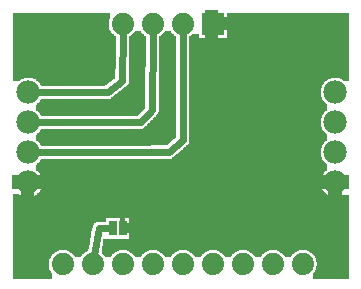
<source format=gtl>
G04 MADE WITH FRITZING*
G04 WWW.FRITZING.ORG*
G04 DOUBLE SIDED*
G04 HOLES PLATED*
G04 CONTOUR ON CENTER OF CONTOUR VECTOR*
%ASAXBY*%
%FSLAX23Y23*%
%MOIN*%
%OFA0B0*%
%SFA1.0B1.0*%
%ADD10C,0.075000*%
%ADD11C,0.074000*%
%ADD12C,0.078000*%
%ADD13R,0.025000X0.050000*%
%ADD14R,0.074000X0.074000*%
%ADD15C,0.024000*%
%LNCOPPER1*%
G90*
G70*
G54D10*
X115Y858D03*
X704Y782D03*
G54D11*
X704Y888D03*
X604Y888D03*
X504Y888D03*
X404Y888D03*
X204Y88D03*
X304Y88D03*
X404Y88D03*
X504Y88D03*
X604Y88D03*
X704Y88D03*
X804Y88D03*
X904Y88D03*
X1004Y88D03*
G54D12*
X89Y661D03*
X89Y561D03*
X89Y461D03*
X89Y361D03*
X1113Y661D03*
X1113Y561D03*
X1113Y461D03*
X1113Y361D03*
G54D13*
X372Y207D03*
X404Y207D03*
G54D14*
X704Y888D03*
G54D15*
X365Y207D02*
X325Y207D01*
D02*
X325Y207D02*
X310Y119D01*
D02*
X354Y661D02*
X120Y661D01*
D02*
X403Y699D02*
X354Y661D01*
D02*
X404Y857D02*
X403Y699D01*
D02*
X502Y601D02*
X464Y561D01*
D02*
X464Y561D02*
X120Y561D01*
D02*
X504Y857D02*
X502Y601D01*
D02*
X605Y502D02*
X558Y461D01*
D02*
X558Y461D02*
X120Y461D01*
D02*
X604Y857D02*
X605Y502D01*
G36*
X40Y926D02*
X40Y710D01*
X96Y710D01*
X96Y708D01*
X104Y708D01*
X104Y706D01*
X110Y706D01*
X110Y704D01*
X114Y704D01*
X114Y702D01*
X116Y702D01*
X116Y700D01*
X120Y700D01*
X120Y698D01*
X122Y698D01*
X122Y696D01*
X124Y696D01*
X124Y694D01*
X126Y694D01*
X126Y692D01*
X128Y692D01*
X128Y690D01*
X130Y690D01*
X130Y686D01*
X132Y686D01*
X132Y682D01*
X346Y682D01*
X346Y684D01*
X348Y684D01*
X348Y686D01*
X352Y686D01*
X352Y688D01*
X354Y688D01*
X354Y690D01*
X356Y690D01*
X356Y692D01*
X360Y692D01*
X360Y694D01*
X362Y694D01*
X362Y696D01*
X364Y696D01*
X364Y698D01*
X368Y698D01*
X368Y700D01*
X370Y700D01*
X370Y702D01*
X372Y702D01*
X372Y704D01*
X374Y704D01*
X374Y706D01*
X378Y706D01*
X378Y708D01*
X380Y708D01*
X380Y740D01*
X382Y740D01*
X382Y848D01*
X378Y848D01*
X378Y850D01*
X376Y850D01*
X376Y852D01*
X374Y852D01*
X374Y854D01*
X372Y854D01*
X372Y856D01*
X370Y856D01*
X370Y858D01*
X368Y858D01*
X368Y860D01*
X366Y860D01*
X366Y862D01*
X364Y862D01*
X364Y866D01*
X362Y866D01*
X362Y870D01*
X360Y870D01*
X360Y876D01*
X358Y876D01*
X358Y900D01*
X360Y900D01*
X360Y906D01*
X362Y906D01*
X362Y926D01*
X40Y926D01*
G37*
D02*
G36*
X40Y710D02*
X40Y698D01*
X60Y698D01*
X60Y700D01*
X62Y700D01*
X62Y702D01*
X66Y702D01*
X66Y704D01*
X70Y704D01*
X70Y706D01*
X74Y706D01*
X74Y708D01*
X84Y708D01*
X84Y710D01*
X40Y710D01*
G37*
D02*
G36*
X444Y864D02*
X444Y862D01*
X442Y862D01*
X442Y860D01*
X440Y860D01*
X440Y856D01*
X438Y856D01*
X438Y854D01*
X436Y854D01*
X436Y852D01*
X432Y852D01*
X432Y850D01*
X430Y850D01*
X430Y848D01*
X426Y848D01*
X426Y738D01*
X424Y738D01*
X424Y690D01*
X422Y690D01*
X422Y686D01*
X420Y686D01*
X420Y684D01*
X418Y684D01*
X418Y682D01*
X416Y682D01*
X416Y680D01*
X414Y680D01*
X414Y678D01*
X410Y678D01*
X410Y676D01*
X408Y676D01*
X408Y674D01*
X406Y674D01*
X406Y672D01*
X402Y672D01*
X402Y670D01*
X400Y670D01*
X400Y668D01*
X398Y668D01*
X398Y666D01*
X394Y666D01*
X394Y664D01*
X392Y664D01*
X392Y662D01*
X390Y662D01*
X390Y660D01*
X388Y660D01*
X388Y658D01*
X384Y658D01*
X384Y656D01*
X382Y656D01*
X382Y654D01*
X380Y654D01*
X380Y652D01*
X376Y652D01*
X376Y650D01*
X374Y650D01*
X374Y648D01*
X372Y648D01*
X372Y646D01*
X370Y646D01*
X370Y644D01*
X366Y644D01*
X366Y642D01*
X364Y642D01*
X364Y640D01*
X356Y640D01*
X356Y638D01*
X132Y638D01*
X132Y636D01*
X130Y636D01*
X130Y632D01*
X128Y632D01*
X128Y630D01*
X126Y630D01*
X126Y628D01*
X124Y628D01*
X124Y624D01*
X120Y624D01*
X120Y622D01*
X118Y622D01*
X118Y620D01*
X116Y620D01*
X116Y600D01*
X120Y600D01*
X120Y598D01*
X122Y598D01*
X122Y596D01*
X124Y596D01*
X124Y594D01*
X126Y594D01*
X126Y592D01*
X128Y592D01*
X128Y590D01*
X130Y590D01*
X130Y586D01*
X132Y586D01*
X132Y582D01*
X454Y582D01*
X454Y584D01*
X456Y584D01*
X456Y586D01*
X458Y586D01*
X458Y588D01*
X460Y588D01*
X460Y590D01*
X462Y590D01*
X462Y592D01*
X464Y592D01*
X464Y594D01*
X466Y594D01*
X466Y596D01*
X468Y596D01*
X468Y598D01*
X470Y598D01*
X470Y600D01*
X472Y600D01*
X472Y602D01*
X474Y602D01*
X474Y604D01*
X476Y604D01*
X476Y606D01*
X478Y606D01*
X478Y608D01*
X480Y608D01*
X480Y746D01*
X482Y746D01*
X482Y848D01*
X478Y848D01*
X478Y850D01*
X476Y850D01*
X476Y852D01*
X474Y852D01*
X474Y854D01*
X472Y854D01*
X472Y856D01*
X470Y856D01*
X470Y858D01*
X468Y858D01*
X468Y860D01*
X466Y860D01*
X466Y862D01*
X464Y862D01*
X464Y864D01*
X444Y864D01*
G37*
D02*
G36*
X544Y864D02*
X544Y862D01*
X542Y862D01*
X542Y860D01*
X540Y860D01*
X540Y856D01*
X538Y856D01*
X538Y854D01*
X536Y854D01*
X536Y852D01*
X532Y852D01*
X532Y850D01*
X530Y850D01*
X530Y848D01*
X526Y848D01*
X526Y744D01*
X524Y744D01*
X524Y596D01*
X522Y596D01*
X522Y590D01*
X520Y590D01*
X520Y588D01*
X518Y588D01*
X518Y584D01*
X516Y584D01*
X516Y582D01*
X514Y582D01*
X514Y580D01*
X512Y580D01*
X512Y578D01*
X510Y578D01*
X510Y576D01*
X508Y576D01*
X508Y574D01*
X506Y574D01*
X506Y572D01*
X504Y572D01*
X504Y570D01*
X502Y570D01*
X502Y568D01*
X500Y568D01*
X500Y566D01*
X498Y566D01*
X498Y564D01*
X496Y564D01*
X496Y562D01*
X494Y562D01*
X494Y560D01*
X492Y560D01*
X492Y558D01*
X490Y558D01*
X490Y556D01*
X488Y556D01*
X488Y554D01*
X486Y554D01*
X486Y552D01*
X484Y552D01*
X484Y550D01*
X482Y550D01*
X482Y548D01*
X480Y548D01*
X480Y546D01*
X478Y546D01*
X478Y544D01*
X476Y544D01*
X476Y542D01*
X472Y542D01*
X472Y540D01*
X464Y540D01*
X464Y538D01*
X132Y538D01*
X132Y536D01*
X130Y536D01*
X130Y532D01*
X128Y532D01*
X128Y530D01*
X126Y530D01*
X126Y528D01*
X124Y528D01*
X124Y524D01*
X120Y524D01*
X120Y522D01*
X118Y522D01*
X118Y520D01*
X116Y520D01*
X116Y500D01*
X120Y500D01*
X120Y498D01*
X122Y498D01*
X122Y496D01*
X124Y496D01*
X124Y494D01*
X126Y494D01*
X126Y492D01*
X128Y492D01*
X128Y490D01*
X130Y490D01*
X130Y486D01*
X132Y486D01*
X132Y482D01*
X500Y482D01*
X500Y484D01*
X552Y484D01*
X552Y486D01*
X554Y486D01*
X554Y488D01*
X556Y488D01*
X556Y490D01*
X560Y490D01*
X560Y492D01*
X562Y492D01*
X562Y494D01*
X564Y494D01*
X564Y496D01*
X566Y496D01*
X566Y498D01*
X568Y498D01*
X568Y500D01*
X570Y500D01*
X570Y502D01*
X572Y502D01*
X572Y504D01*
X576Y504D01*
X576Y506D01*
X578Y506D01*
X578Y508D01*
X580Y508D01*
X580Y510D01*
X582Y510D01*
X582Y848D01*
X578Y848D01*
X578Y850D01*
X576Y850D01*
X576Y852D01*
X574Y852D01*
X574Y854D01*
X572Y854D01*
X572Y856D01*
X570Y856D01*
X570Y858D01*
X568Y858D01*
X568Y860D01*
X566Y860D01*
X566Y862D01*
X564Y862D01*
X564Y864D01*
X544Y864D01*
G37*
D02*
G36*
X752Y926D02*
X752Y842D01*
X1160Y842D01*
X1160Y926D01*
X752Y926D01*
G37*
D02*
G36*
X638Y856D02*
X638Y854D01*
X636Y854D01*
X636Y852D01*
X632Y852D01*
X632Y850D01*
X630Y850D01*
X630Y848D01*
X626Y848D01*
X626Y842D01*
X658Y842D01*
X658Y856D01*
X638Y856D01*
G37*
D02*
G36*
X626Y842D02*
X626Y840D01*
X1160Y840D01*
X1160Y842D01*
X626Y842D01*
G37*
D02*
G36*
X626Y842D02*
X626Y840D01*
X1160Y840D01*
X1160Y842D01*
X626Y842D01*
G37*
D02*
G36*
X626Y840D02*
X626Y710D01*
X1120Y710D01*
X1120Y708D01*
X1128Y708D01*
X1128Y706D01*
X1134Y706D01*
X1134Y704D01*
X1136Y704D01*
X1136Y702D01*
X1140Y702D01*
X1140Y700D01*
X1160Y700D01*
X1160Y840D01*
X626Y840D01*
G37*
D02*
G36*
X626Y710D02*
X626Y494D01*
X624Y494D01*
X624Y490D01*
X622Y490D01*
X622Y486D01*
X620Y486D01*
X620Y484D01*
X616Y484D01*
X616Y482D01*
X614Y482D01*
X614Y480D01*
X612Y480D01*
X612Y478D01*
X610Y478D01*
X610Y476D01*
X608Y476D01*
X608Y474D01*
X606Y474D01*
X606Y472D01*
X604Y472D01*
X604Y470D01*
X600Y470D01*
X600Y468D01*
X598Y468D01*
X598Y466D01*
X596Y466D01*
X596Y464D01*
X594Y464D01*
X594Y462D01*
X592Y462D01*
X592Y460D01*
X590Y460D01*
X590Y458D01*
X588Y458D01*
X588Y456D01*
X584Y456D01*
X584Y454D01*
X582Y454D01*
X582Y452D01*
X580Y452D01*
X580Y450D01*
X578Y450D01*
X578Y448D01*
X576Y448D01*
X576Y446D01*
X574Y446D01*
X574Y444D01*
X570Y444D01*
X570Y442D01*
X568Y442D01*
X568Y440D01*
X508Y440D01*
X508Y438D01*
X132Y438D01*
X132Y436D01*
X130Y436D01*
X130Y432D01*
X128Y432D01*
X128Y430D01*
X126Y430D01*
X126Y428D01*
X124Y428D01*
X124Y424D01*
X120Y424D01*
X120Y422D01*
X118Y422D01*
X118Y420D01*
X116Y420D01*
X116Y400D01*
X120Y400D01*
X120Y398D01*
X122Y398D01*
X122Y396D01*
X124Y396D01*
X124Y394D01*
X126Y394D01*
X126Y392D01*
X128Y392D01*
X128Y390D01*
X130Y390D01*
X130Y386D01*
X132Y386D01*
X132Y382D01*
X134Y382D01*
X134Y378D01*
X136Y378D01*
X136Y372D01*
X138Y372D01*
X138Y350D01*
X136Y350D01*
X136Y342D01*
X134Y342D01*
X134Y338D01*
X132Y338D01*
X132Y336D01*
X130Y336D01*
X130Y332D01*
X128Y332D01*
X128Y330D01*
X126Y330D01*
X126Y328D01*
X124Y328D01*
X124Y324D01*
X120Y324D01*
X120Y322D01*
X118Y322D01*
X118Y320D01*
X116Y320D01*
X116Y318D01*
X112Y318D01*
X112Y316D01*
X108Y316D01*
X108Y314D01*
X100Y314D01*
X100Y312D01*
X1102Y312D01*
X1102Y314D01*
X1096Y314D01*
X1096Y316D01*
X1090Y316D01*
X1090Y318D01*
X1088Y318D01*
X1088Y320D01*
X1084Y320D01*
X1084Y322D01*
X1082Y322D01*
X1082Y324D01*
X1080Y324D01*
X1080Y326D01*
X1078Y326D01*
X1078Y328D01*
X1076Y328D01*
X1076Y330D01*
X1074Y330D01*
X1074Y332D01*
X1072Y332D01*
X1072Y336D01*
X1070Y336D01*
X1070Y340D01*
X1068Y340D01*
X1068Y344D01*
X1066Y344D01*
X1066Y352D01*
X1064Y352D01*
X1064Y370D01*
X1066Y370D01*
X1066Y376D01*
X1068Y376D01*
X1068Y382D01*
X1070Y382D01*
X1070Y386D01*
X1072Y386D01*
X1072Y388D01*
X1074Y388D01*
X1074Y390D01*
X1076Y390D01*
X1076Y394D01*
X1078Y394D01*
X1078Y396D01*
X1080Y396D01*
X1080Y398D01*
X1084Y398D01*
X1084Y400D01*
X1086Y400D01*
X1086Y420D01*
X1084Y420D01*
X1084Y422D01*
X1082Y422D01*
X1082Y424D01*
X1080Y424D01*
X1080Y426D01*
X1078Y426D01*
X1078Y428D01*
X1076Y428D01*
X1076Y430D01*
X1074Y430D01*
X1074Y432D01*
X1072Y432D01*
X1072Y436D01*
X1070Y436D01*
X1070Y440D01*
X1068Y440D01*
X1068Y444D01*
X1066Y444D01*
X1066Y452D01*
X1064Y452D01*
X1064Y470D01*
X1066Y470D01*
X1066Y476D01*
X1068Y476D01*
X1068Y482D01*
X1070Y482D01*
X1070Y486D01*
X1072Y486D01*
X1072Y488D01*
X1074Y488D01*
X1074Y490D01*
X1076Y490D01*
X1076Y494D01*
X1078Y494D01*
X1078Y496D01*
X1080Y496D01*
X1080Y498D01*
X1084Y498D01*
X1084Y500D01*
X1086Y500D01*
X1086Y520D01*
X1084Y520D01*
X1084Y522D01*
X1082Y522D01*
X1082Y524D01*
X1080Y524D01*
X1080Y526D01*
X1078Y526D01*
X1078Y528D01*
X1076Y528D01*
X1076Y530D01*
X1074Y530D01*
X1074Y532D01*
X1072Y532D01*
X1072Y536D01*
X1070Y536D01*
X1070Y540D01*
X1068Y540D01*
X1068Y544D01*
X1066Y544D01*
X1066Y552D01*
X1064Y552D01*
X1064Y570D01*
X1066Y570D01*
X1066Y576D01*
X1068Y576D01*
X1068Y582D01*
X1070Y582D01*
X1070Y586D01*
X1072Y586D01*
X1072Y588D01*
X1074Y588D01*
X1074Y590D01*
X1076Y590D01*
X1076Y594D01*
X1078Y594D01*
X1078Y596D01*
X1080Y596D01*
X1080Y598D01*
X1084Y598D01*
X1084Y600D01*
X1086Y600D01*
X1086Y620D01*
X1084Y620D01*
X1084Y622D01*
X1082Y622D01*
X1082Y624D01*
X1080Y624D01*
X1080Y626D01*
X1078Y626D01*
X1078Y628D01*
X1076Y628D01*
X1076Y630D01*
X1074Y630D01*
X1074Y632D01*
X1072Y632D01*
X1072Y636D01*
X1070Y636D01*
X1070Y640D01*
X1068Y640D01*
X1068Y644D01*
X1066Y644D01*
X1066Y652D01*
X1064Y652D01*
X1064Y670D01*
X1066Y670D01*
X1066Y676D01*
X1068Y676D01*
X1068Y682D01*
X1070Y682D01*
X1070Y686D01*
X1072Y686D01*
X1072Y688D01*
X1074Y688D01*
X1074Y690D01*
X1076Y690D01*
X1076Y694D01*
X1078Y694D01*
X1078Y696D01*
X1080Y696D01*
X1080Y698D01*
X1084Y698D01*
X1084Y700D01*
X1086Y700D01*
X1086Y702D01*
X1090Y702D01*
X1090Y704D01*
X1092Y704D01*
X1092Y706D01*
X1098Y706D01*
X1098Y708D01*
X1106Y708D01*
X1106Y710D01*
X626Y710D01*
G37*
D02*
G36*
X40Y322D02*
X40Y312D01*
X78Y312D01*
X78Y314D01*
X72Y314D01*
X72Y316D01*
X68Y316D01*
X68Y318D01*
X64Y318D01*
X64Y320D01*
X60Y320D01*
X60Y322D01*
X40Y322D01*
G37*
D02*
G36*
X1138Y320D02*
X1138Y318D01*
X1136Y318D01*
X1136Y316D01*
X1130Y316D01*
X1130Y314D01*
X1124Y314D01*
X1124Y312D01*
X1160Y312D01*
X1160Y320D01*
X1138Y320D01*
G37*
D02*
G36*
X40Y312D02*
X40Y310D01*
X1160Y310D01*
X1160Y312D01*
X40Y312D01*
G37*
D02*
G36*
X40Y312D02*
X40Y310D01*
X1160Y310D01*
X1160Y312D01*
X40Y312D01*
G37*
D02*
G36*
X40Y312D02*
X40Y310D01*
X1160Y310D01*
X1160Y312D01*
X40Y312D01*
G37*
D02*
G36*
X40Y310D02*
X40Y242D01*
X426Y242D01*
X426Y172D01*
X340Y172D01*
X340Y160D01*
X338Y160D01*
X338Y148D01*
X336Y148D01*
X336Y136D01*
X1006Y136D01*
X1006Y134D01*
X1018Y134D01*
X1018Y132D01*
X1024Y132D01*
X1024Y130D01*
X1026Y130D01*
X1026Y128D01*
X1030Y128D01*
X1030Y126D01*
X1034Y126D01*
X1034Y124D01*
X1036Y124D01*
X1036Y122D01*
X1038Y122D01*
X1038Y120D01*
X1040Y120D01*
X1040Y118D01*
X1042Y118D01*
X1042Y114D01*
X1044Y114D01*
X1044Y112D01*
X1046Y112D01*
X1046Y108D01*
X1048Y108D01*
X1048Y102D01*
X1050Y102D01*
X1050Y94D01*
X1052Y94D01*
X1052Y82D01*
X1050Y82D01*
X1050Y74D01*
X1048Y74D01*
X1048Y68D01*
X1046Y68D01*
X1046Y64D01*
X1044Y64D01*
X1044Y62D01*
X1042Y62D01*
X1042Y60D01*
X1040Y60D01*
X1040Y40D01*
X1160Y40D01*
X1160Y310D01*
X40Y310D01*
G37*
D02*
G36*
X40Y242D02*
X40Y230D01*
X330Y230D01*
X330Y228D01*
X350Y228D01*
X350Y242D01*
X40Y242D01*
G37*
D02*
G36*
X40Y230D02*
X40Y136D01*
X206Y136D01*
X206Y134D01*
X218Y134D01*
X218Y132D01*
X224Y132D01*
X224Y130D01*
X226Y130D01*
X226Y128D01*
X230Y128D01*
X230Y126D01*
X234Y126D01*
X234Y124D01*
X236Y124D01*
X236Y122D01*
X238Y122D01*
X238Y120D01*
X240Y120D01*
X240Y118D01*
X242Y118D01*
X242Y114D01*
X244Y114D01*
X244Y112D01*
X264Y112D01*
X264Y114D01*
X266Y114D01*
X266Y116D01*
X268Y116D01*
X268Y118D01*
X270Y118D01*
X270Y122D01*
X274Y122D01*
X274Y124D01*
X276Y124D01*
X276Y126D01*
X278Y126D01*
X278Y128D01*
X282Y128D01*
X282Y130D01*
X286Y130D01*
X286Y132D01*
X290Y132D01*
X290Y140D01*
X292Y140D01*
X292Y152D01*
X294Y152D01*
X294Y164D01*
X296Y164D01*
X296Y176D01*
X298Y176D01*
X298Y188D01*
X300Y188D01*
X300Y198D01*
X302Y198D01*
X302Y210D01*
X304Y210D01*
X304Y216D01*
X306Y216D01*
X306Y220D01*
X308Y220D01*
X308Y222D01*
X310Y222D01*
X310Y224D01*
X312Y224D01*
X312Y226D01*
X316Y226D01*
X316Y228D01*
X324Y228D01*
X324Y230D01*
X40Y230D01*
G37*
D02*
G36*
X40Y136D02*
X40Y40D01*
X168Y40D01*
X168Y60D01*
X166Y60D01*
X166Y62D01*
X164Y62D01*
X164Y66D01*
X162Y66D01*
X162Y70D01*
X160Y70D01*
X160Y76D01*
X158Y76D01*
X158Y100D01*
X160Y100D01*
X160Y106D01*
X162Y106D01*
X162Y110D01*
X164Y110D01*
X164Y114D01*
X166Y114D01*
X166Y116D01*
X168Y116D01*
X168Y118D01*
X170Y118D01*
X170Y122D01*
X174Y122D01*
X174Y124D01*
X176Y124D01*
X176Y126D01*
X178Y126D01*
X178Y128D01*
X182Y128D01*
X182Y130D01*
X186Y130D01*
X186Y132D01*
X192Y132D01*
X192Y134D01*
X204Y134D01*
X204Y136D01*
X40Y136D01*
G37*
D02*
G36*
X336Y136D02*
X336Y122D01*
X338Y122D01*
X338Y120D01*
X340Y120D01*
X340Y118D01*
X342Y118D01*
X342Y114D01*
X344Y114D01*
X344Y112D01*
X364Y112D01*
X364Y114D01*
X366Y114D01*
X366Y116D01*
X368Y116D01*
X368Y118D01*
X370Y118D01*
X370Y122D01*
X374Y122D01*
X374Y124D01*
X376Y124D01*
X376Y126D01*
X378Y126D01*
X378Y128D01*
X382Y128D01*
X382Y130D01*
X386Y130D01*
X386Y132D01*
X392Y132D01*
X392Y134D01*
X404Y134D01*
X404Y136D01*
X336Y136D01*
G37*
D02*
G36*
X406Y136D02*
X406Y134D01*
X418Y134D01*
X418Y132D01*
X424Y132D01*
X424Y130D01*
X426Y130D01*
X426Y128D01*
X430Y128D01*
X430Y126D01*
X434Y126D01*
X434Y124D01*
X436Y124D01*
X436Y122D01*
X438Y122D01*
X438Y120D01*
X440Y120D01*
X440Y118D01*
X442Y118D01*
X442Y114D01*
X444Y114D01*
X444Y112D01*
X464Y112D01*
X464Y114D01*
X466Y114D01*
X466Y116D01*
X468Y116D01*
X468Y118D01*
X470Y118D01*
X470Y122D01*
X474Y122D01*
X474Y124D01*
X476Y124D01*
X476Y126D01*
X478Y126D01*
X478Y128D01*
X482Y128D01*
X482Y130D01*
X486Y130D01*
X486Y132D01*
X492Y132D01*
X492Y134D01*
X504Y134D01*
X504Y136D01*
X406Y136D01*
G37*
D02*
G36*
X506Y136D02*
X506Y134D01*
X518Y134D01*
X518Y132D01*
X524Y132D01*
X524Y130D01*
X526Y130D01*
X526Y128D01*
X530Y128D01*
X530Y126D01*
X534Y126D01*
X534Y124D01*
X536Y124D01*
X536Y122D01*
X538Y122D01*
X538Y120D01*
X540Y120D01*
X540Y118D01*
X542Y118D01*
X542Y114D01*
X544Y114D01*
X544Y112D01*
X564Y112D01*
X564Y114D01*
X566Y114D01*
X566Y116D01*
X568Y116D01*
X568Y118D01*
X570Y118D01*
X570Y122D01*
X574Y122D01*
X574Y124D01*
X576Y124D01*
X576Y126D01*
X578Y126D01*
X578Y128D01*
X582Y128D01*
X582Y130D01*
X586Y130D01*
X586Y132D01*
X592Y132D01*
X592Y134D01*
X604Y134D01*
X604Y136D01*
X506Y136D01*
G37*
D02*
G36*
X606Y136D02*
X606Y134D01*
X618Y134D01*
X618Y132D01*
X624Y132D01*
X624Y130D01*
X626Y130D01*
X626Y128D01*
X630Y128D01*
X630Y126D01*
X634Y126D01*
X634Y124D01*
X636Y124D01*
X636Y122D01*
X638Y122D01*
X638Y120D01*
X640Y120D01*
X640Y118D01*
X642Y118D01*
X642Y114D01*
X644Y114D01*
X644Y112D01*
X664Y112D01*
X664Y114D01*
X666Y114D01*
X666Y116D01*
X668Y116D01*
X668Y118D01*
X670Y118D01*
X670Y122D01*
X674Y122D01*
X674Y124D01*
X676Y124D01*
X676Y126D01*
X678Y126D01*
X678Y128D01*
X682Y128D01*
X682Y130D01*
X686Y130D01*
X686Y132D01*
X692Y132D01*
X692Y134D01*
X704Y134D01*
X704Y136D01*
X606Y136D01*
G37*
D02*
G36*
X706Y136D02*
X706Y134D01*
X718Y134D01*
X718Y132D01*
X724Y132D01*
X724Y130D01*
X726Y130D01*
X726Y128D01*
X730Y128D01*
X730Y126D01*
X734Y126D01*
X734Y124D01*
X736Y124D01*
X736Y122D01*
X738Y122D01*
X738Y120D01*
X740Y120D01*
X740Y118D01*
X742Y118D01*
X742Y114D01*
X744Y114D01*
X744Y112D01*
X764Y112D01*
X764Y114D01*
X766Y114D01*
X766Y116D01*
X768Y116D01*
X768Y118D01*
X770Y118D01*
X770Y122D01*
X774Y122D01*
X774Y124D01*
X776Y124D01*
X776Y126D01*
X778Y126D01*
X778Y128D01*
X782Y128D01*
X782Y130D01*
X786Y130D01*
X786Y132D01*
X792Y132D01*
X792Y134D01*
X804Y134D01*
X804Y136D01*
X706Y136D01*
G37*
D02*
G36*
X806Y136D02*
X806Y134D01*
X818Y134D01*
X818Y132D01*
X824Y132D01*
X824Y130D01*
X826Y130D01*
X826Y128D01*
X830Y128D01*
X830Y126D01*
X834Y126D01*
X834Y124D01*
X836Y124D01*
X836Y122D01*
X838Y122D01*
X838Y120D01*
X840Y120D01*
X840Y118D01*
X842Y118D01*
X842Y114D01*
X844Y114D01*
X844Y112D01*
X864Y112D01*
X864Y114D01*
X866Y114D01*
X866Y116D01*
X868Y116D01*
X868Y118D01*
X870Y118D01*
X870Y122D01*
X874Y122D01*
X874Y124D01*
X876Y124D01*
X876Y126D01*
X878Y126D01*
X878Y128D01*
X882Y128D01*
X882Y130D01*
X886Y130D01*
X886Y132D01*
X892Y132D01*
X892Y134D01*
X904Y134D01*
X904Y136D01*
X806Y136D01*
G37*
D02*
G36*
X906Y136D02*
X906Y134D01*
X918Y134D01*
X918Y132D01*
X924Y132D01*
X924Y130D01*
X926Y130D01*
X926Y128D01*
X930Y128D01*
X930Y126D01*
X934Y126D01*
X934Y124D01*
X936Y124D01*
X936Y122D01*
X938Y122D01*
X938Y120D01*
X940Y120D01*
X940Y118D01*
X942Y118D01*
X942Y114D01*
X944Y114D01*
X944Y112D01*
X964Y112D01*
X964Y114D01*
X966Y114D01*
X966Y116D01*
X968Y116D01*
X968Y118D01*
X970Y118D01*
X970Y122D01*
X974Y122D01*
X974Y124D01*
X976Y124D01*
X976Y126D01*
X978Y126D01*
X978Y128D01*
X982Y128D01*
X982Y130D01*
X986Y130D01*
X986Y132D01*
X992Y132D01*
X992Y134D01*
X1004Y134D01*
X1004Y136D01*
X906Y136D01*
G37*
D02*
G36*
X1089Y344D02*
X1134Y344D01*
X1134Y312D01*
X1089Y312D01*
X1089Y344D01*
G37*
D02*
G36*
X1060Y385D02*
X1092Y385D01*
X1092Y340D01*
X1060Y340D01*
X1060Y385D01*
G37*
D02*
G36*
X1130Y385D02*
X1160Y385D01*
X1160Y340D01*
X1130Y340D01*
X1130Y385D01*
G37*
D02*
G36*
X65Y344D02*
X110Y344D01*
X110Y312D01*
X65Y312D01*
X65Y344D01*
G37*
D02*
G36*
X36Y385D02*
X68Y385D01*
X68Y340D01*
X36Y340D01*
X36Y385D01*
G37*
D02*
G36*
X106Y385D02*
X138Y385D01*
X138Y340D01*
X106Y340D01*
X106Y385D01*
G37*
D02*
G36*
X680Y934D02*
X723Y934D01*
X723Y910D01*
X680Y910D01*
X680Y934D01*
G37*
D02*
G36*
X680Y872D02*
X723Y872D01*
X723Y842D01*
X680Y842D01*
X680Y872D01*
G37*
D02*
G36*
X720Y912D02*
X752Y912D01*
X752Y869D01*
X720Y869D01*
X720Y912D01*
G37*
D02*
G36*
X394Y246D02*
X413Y246D01*
X413Y210D01*
X394Y210D01*
X394Y246D01*
G37*
D02*
G36*
X404Y224D02*
X426Y224D01*
X426Y193D01*
X404Y193D01*
X404Y224D01*
G37*
D02*
G04 End of Copper1*
M02*
</source>
